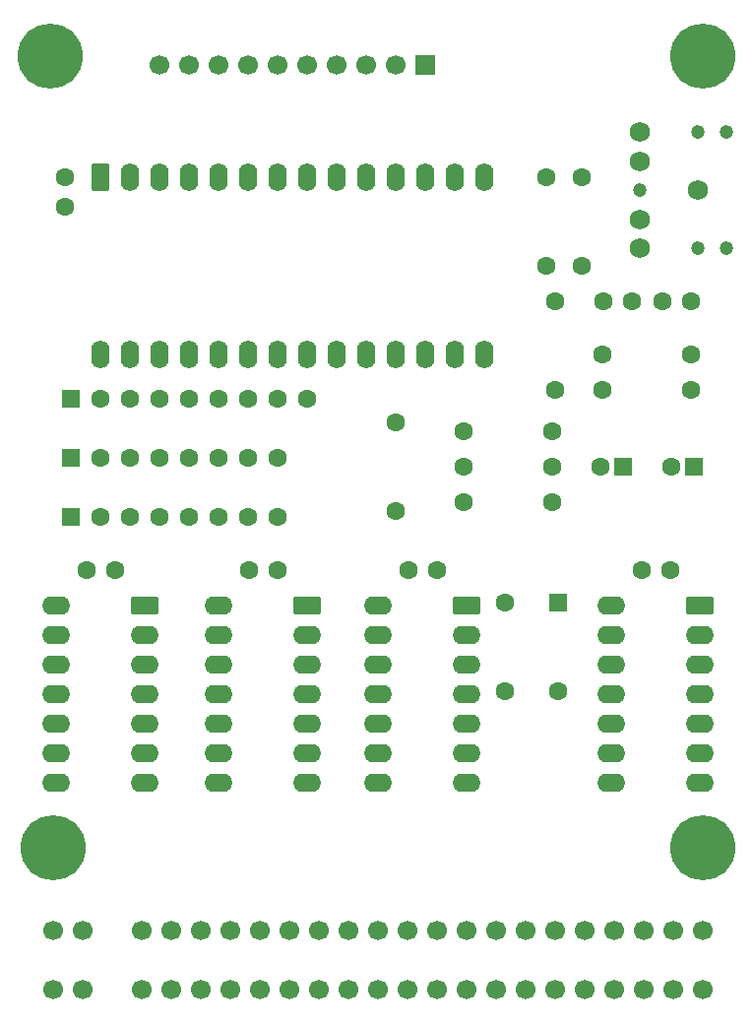
<source format=gbr>
%TF.GenerationSoftware,KiCad,Pcbnew,9.0.4*%
%TF.CreationDate,2025-09-29T19:16:59+01:00*%
%TF.ProjectId,ay-zonic-core,61792d7a-6f6e-4696-932d-636f72652e6b,2.0*%
%TF.SameCoordinates,Original*%
%TF.FileFunction,Soldermask,Top*%
%TF.FilePolarity,Negative*%
%FSLAX46Y46*%
G04 Gerber Fmt 4.6, Leading zero omitted, Abs format (unit mm)*
G04 Created by KiCad (PCBNEW 9.0.4) date 2025-09-29 19:16:59*
%MOMM*%
%LPD*%
G01*
G04 APERTURE LIST*
G04 Aperture macros list*
%AMRoundRect*
0 Rectangle with rounded corners*
0 $1 Rounding radius*
0 $2 $3 $4 $5 $6 $7 $8 $9 X,Y pos of 4 corners*
0 Add a 4 corners polygon primitive as box body*
4,1,4,$2,$3,$4,$5,$6,$7,$8,$9,$2,$3,0*
0 Add four circle primitives for the rounded corners*
1,1,$1+$1,$2,$3*
1,1,$1+$1,$4,$5*
1,1,$1+$1,$6,$7*
1,1,$1+$1,$8,$9*
0 Add four rect primitives between the rounded corners*
20,1,$1+$1,$2,$3,$4,$5,0*
20,1,$1+$1,$4,$5,$6,$7,0*
20,1,$1+$1,$6,$7,$8,$9,0*
20,1,$1+$1,$8,$9,$2,$3,0*%
G04 Aperture macros list end*
%ADD10C,5.600000*%
%ADD11C,1.700000*%
%ADD12RoundRect,0.250000X0.950000X0.550000X-0.950000X0.550000X-0.950000X-0.550000X0.950000X-0.550000X0*%
%ADD13O,2.400000X1.600000*%
%ADD14C,1.600000*%
%ADD15C,1.193800*%
%ADD16C,1.752600*%
%ADD17RoundRect,0.250000X0.550000X0.550000X-0.550000X0.550000X-0.550000X-0.550000X0.550000X-0.550000X0*%
%ADD18RoundRect,0.250000X-0.550000X0.550000X-0.550000X-0.550000X0.550000X-0.550000X0.550000X0.550000X0*%
%ADD19R,1.600000X1.600000*%
%ADD20RoundRect,0.250000X-0.550000X0.950000X-0.550000X-0.950000X0.550000X-0.950000X0.550000X0.950000X0*%
%ADD21O,1.600000X2.400000*%
%ADD22R,1.700000X1.700000*%
G04 APERTURE END LIST*
D10*
%TO.C,H4*%
X123190000Y-45720000D03*
%TD*%
%TO.C,H2*%
X67310000Y-113792000D03*
%TD*%
%TO.C,H1*%
X123190000Y-113792000D03*
%TD*%
%TO.C,H3*%
X67056000Y-45720000D03*
%TD*%
D11*
%TO.C,CO1*%
X67310000Y-125984000D03*
X69850000Y-125984000D03*
X74930000Y-125984000D03*
X77470000Y-125984000D03*
X80010000Y-125984000D03*
X82550000Y-125984000D03*
X85090000Y-125984000D03*
X87630000Y-125984000D03*
X90170000Y-125984000D03*
X92710000Y-125984000D03*
X95250000Y-125984000D03*
X97790000Y-125984000D03*
X100330000Y-125984000D03*
X102870000Y-125984000D03*
X105410000Y-125984000D03*
X107950000Y-125984000D03*
X110490000Y-125984000D03*
X113030000Y-125984000D03*
X115570000Y-125984000D03*
X118110000Y-125984000D03*
X120650000Y-125984000D03*
X123190000Y-125984000D03*
X67310000Y-120904000D03*
X69850000Y-120904000D03*
X74930000Y-120904000D03*
X77470000Y-120904000D03*
X80010000Y-120904000D03*
X82550000Y-120904000D03*
X85090000Y-120904000D03*
X87630000Y-120904000D03*
X90170000Y-120904000D03*
X92710000Y-120904000D03*
X95250000Y-120904000D03*
X97790000Y-120904000D03*
X100330000Y-120904000D03*
X102870000Y-120904000D03*
X105410000Y-120904000D03*
X107950000Y-120904000D03*
X110490000Y-120904000D03*
X113030000Y-120904000D03*
X115570000Y-120904000D03*
X118110000Y-120904000D03*
X120650000Y-120904000D03*
X123190000Y-120904000D03*
%TD*%
D12*
%TO.C,U5*%
X122936000Y-92964000D03*
D13*
X122936000Y-95504000D03*
X122936000Y-98044000D03*
X122936000Y-100584000D03*
X122936000Y-103124000D03*
X122936000Y-105664000D03*
X122936000Y-108204000D03*
X115316000Y-108204000D03*
X115316000Y-105664000D03*
X115316000Y-103124000D03*
X115316000Y-100584000D03*
X115316000Y-98044000D03*
X115316000Y-95504000D03*
X115316000Y-92964000D03*
%TD*%
D14*
%TO.C,R8*%
X114554000Y-71374000D03*
X122174000Y-71374000D03*
%TD*%
%TO.C,FB1*%
X96774000Y-84836000D03*
X96774000Y-77216000D03*
%TD*%
%TO.C,C6*%
X70144000Y-89916000D03*
X72644000Y-89916000D03*
%TD*%
D12*
%TO.C,U2*%
X75184000Y-92964000D03*
D13*
X75184000Y-95504000D03*
X75184000Y-98044000D03*
X75184000Y-100584000D03*
X75184000Y-103124000D03*
X75184000Y-105664000D03*
X75184000Y-108204000D03*
X67564000Y-108204000D03*
X67564000Y-105664000D03*
X67564000Y-103124000D03*
X67564000Y-100584000D03*
X67564000Y-98044000D03*
X67564000Y-95504000D03*
X67564000Y-92964000D03*
%TD*%
D14*
%TO.C,C3*%
X122154000Y-66802000D03*
X119654000Y-66802000D03*
%TD*%
D15*
%TO.C,Line Out*%
X125222000Y-52230000D03*
X122722000Y-52230000D03*
X117722000Y-57230000D03*
X125222000Y-62230000D03*
X122722000Y-62230000D03*
D16*
X117722000Y-52230000D03*
X117722000Y-54730000D03*
X117722000Y-59730000D03*
X117722000Y-62230000D03*
X122722000Y-57230000D03*
%TD*%
D17*
%TO.C,C1*%
X122428000Y-81026000D03*
D14*
X120428000Y-81026000D03*
%TD*%
%TO.C,R7*%
X110236000Y-81026000D03*
X102616000Y-81026000D03*
%TD*%
%TO.C,R3*%
X102616000Y-77978000D03*
X110236000Y-77978000D03*
%TD*%
%TO.C,R1*%
X106172000Y-92710000D03*
X106172000Y-100330000D03*
%TD*%
%TO.C,R9*%
X122174000Y-74422000D03*
X114554000Y-74422000D03*
%TD*%
D17*
%TO.C,C2*%
X116332000Y-81026000D03*
D14*
X114332000Y-81026000D03*
%TD*%
%TO.C,C8*%
X97830000Y-89916000D03*
X100330000Y-89916000D03*
%TD*%
%TO.C,C4*%
X117074000Y-66802000D03*
X114574000Y-66802000D03*
%TD*%
D18*
%TO.C,SW1*%
X110744000Y-92710000D03*
D14*
X110744000Y-100330000D03*
%TD*%
%TO.C,C9*%
X117876000Y-89916000D03*
X120376000Y-89916000D03*
%TD*%
%TO.C,R5*%
X109728000Y-63754000D03*
X109728000Y-56134000D03*
%TD*%
%TO.C,C5*%
X68326000Y-58654000D03*
X68326000Y-56154000D03*
%TD*%
D19*
%TO.C,RN3*%
X68834000Y-85344000D03*
D14*
X71374000Y-85344000D03*
X73914000Y-85344000D03*
X76454000Y-85344000D03*
X78994000Y-85344000D03*
X81534000Y-85344000D03*
X84074000Y-85344000D03*
X86614000Y-85344000D03*
%TD*%
%TO.C,R2*%
X110490000Y-66802000D03*
X110490000Y-74422000D03*
%TD*%
%TO.C,C7*%
X84094000Y-89916000D03*
X86594000Y-89916000D03*
%TD*%
%TO.C,R4*%
X112776000Y-63754000D03*
X112776000Y-56134000D03*
%TD*%
D12*
%TO.C,U3*%
X89154000Y-92964000D03*
D13*
X89154000Y-95504000D03*
X89154000Y-98044000D03*
X89154000Y-100584000D03*
X89154000Y-103124000D03*
X89154000Y-105664000D03*
X89154000Y-108204000D03*
X81534000Y-108204000D03*
X81534000Y-105664000D03*
X81534000Y-103124000D03*
X81534000Y-100584000D03*
X81534000Y-98044000D03*
X81534000Y-95504000D03*
X81534000Y-92964000D03*
%TD*%
D20*
%TO.C,U1*%
X71374000Y-56134000D03*
D21*
X73914000Y-56134000D03*
X76454000Y-56134000D03*
X78994000Y-56134000D03*
X81534000Y-56134000D03*
X84074000Y-56134000D03*
X86614000Y-56134000D03*
X89154000Y-56134000D03*
X91694000Y-56134000D03*
X94234000Y-56134000D03*
X96774000Y-56134000D03*
X99314000Y-56134000D03*
X101854000Y-56134000D03*
X104394000Y-56134000D03*
X104394000Y-71374000D03*
X101854000Y-71374000D03*
X99314000Y-71374000D03*
X96774000Y-71374000D03*
X94234000Y-71374000D03*
X91694000Y-71374000D03*
X89154000Y-71374000D03*
X86614000Y-71374000D03*
X84074000Y-71374000D03*
X81534000Y-71374000D03*
X78994000Y-71374000D03*
X76454000Y-71374000D03*
X73914000Y-71374000D03*
X71374000Y-71374000D03*
%TD*%
D14*
%TO.C,R6*%
X110236000Y-84074000D03*
X102616000Y-84074000D03*
%TD*%
D22*
%TO.C,I/O*%
X99314000Y-46482000D03*
D11*
X96774000Y-46482000D03*
X94234000Y-46482000D03*
X91694000Y-46482000D03*
X89154000Y-46482000D03*
X86614000Y-46482000D03*
X84074000Y-46482000D03*
X81534000Y-46482000D03*
X78994000Y-46482000D03*
X76454000Y-46482000D03*
%TD*%
D12*
%TO.C,U4*%
X102870000Y-92964000D03*
D13*
X102870000Y-95504000D03*
X102870000Y-98044000D03*
X102870000Y-100584000D03*
X102870000Y-103124000D03*
X102870000Y-105664000D03*
X102870000Y-108204000D03*
X95250000Y-108204000D03*
X95250000Y-105664000D03*
X95250000Y-103124000D03*
X95250000Y-100584000D03*
X95250000Y-98044000D03*
X95250000Y-95504000D03*
X95250000Y-92964000D03*
%TD*%
D19*
%TO.C,RN1*%
X68834000Y-75184000D03*
D14*
X71374000Y-75184000D03*
X73914000Y-75184000D03*
X76454000Y-75184000D03*
X78994000Y-75184000D03*
X81534000Y-75184000D03*
X84074000Y-75184000D03*
X86614000Y-75184000D03*
X89154000Y-75184000D03*
%TD*%
D19*
%TO.C,RN2*%
X68834000Y-80264000D03*
D14*
X71374000Y-80264000D03*
X73914000Y-80264000D03*
X76454000Y-80264000D03*
X78994000Y-80264000D03*
X81534000Y-80264000D03*
X84074000Y-80264000D03*
X86614000Y-80264000D03*
%TD*%
M02*

</source>
